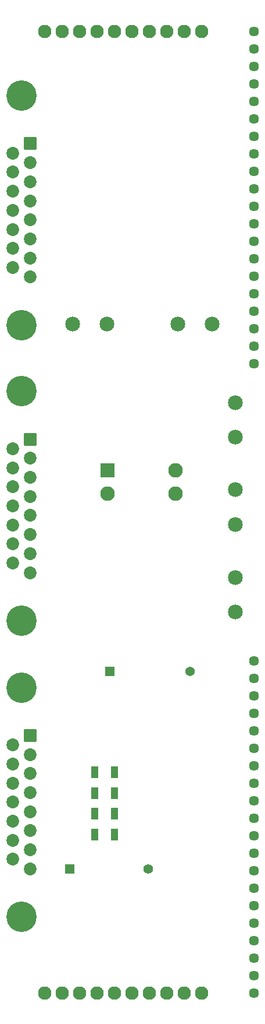
<source format=gbr>
%TF.GenerationSoftware,KiCad,Pcbnew,8.0.8*%
%TF.CreationDate,2025-02-03T20:53:05-05:00*%
%TF.ProjectId,IO Module V2.0,494f204d-6f64-4756-9c65-2056322e302e,rev?*%
%TF.SameCoordinates,Original*%
%TF.FileFunction,Soldermask,Top*%
%TF.FilePolarity,Negative*%
%FSLAX46Y46*%
G04 Gerber Fmt 4.6, Leading zero omitted, Abs format (unit mm)*
G04 Created by KiCad (PCBNEW 8.0.8) date 2025-02-03 20:53:05*
%MOMM*%
%LPD*%
G01*
G04 APERTURE LIST*
G04 Aperture macros list*
%AMRoundRect*
0 Rectangle with rounded corners*
0 $1 Rounding radius*
0 $2 $3 $4 $5 $6 $7 $8 $9 X,Y pos of 4 corners*
0 Add a 4 corners polygon primitive as box body*
4,1,4,$2,$3,$4,$5,$6,$7,$8,$9,$2,$3,0*
0 Add four circle primitives for the rounded corners*
1,1,$1+$1,$2,$3*
1,1,$1+$1,$4,$5*
1,1,$1+$1,$6,$7*
1,1,$1+$1,$8,$9*
0 Add four rect primitives between the rounded corners*
20,1,$1+$1,$2,$3,$4,$5,0*
20,1,$1+$1,$4,$5,$6,$7,0*
20,1,$1+$1,$6,$7,$8,$9,0*
20,1,$1+$1,$8,$9,$2,$3,0*%
G04 Aperture macros list end*
%ADD10R,2.108200X2.108200*%
%ADD11C,2.108200*%
%ADD12R,1.117600X1.752600*%
%ADD13C,2.154000*%
%ADD14RoundRect,0.102000X-0.825000X0.825000X-0.825000X-0.825000X0.825000X-0.825000X0.825000X0.825000X0*%
%ADD15C,1.854000*%
%ADD16C,4.420000*%
%ADD17R,1.397000X1.397000*%
%ADD18C,1.397000*%
%ADD19C,1.954000*%
%ADD20C,1.447800*%
%ADD21R,1.371600X1.371600*%
%ADD22C,1.371600*%
G04 APERTURE END LIST*
D10*
%TO.C,F1*%
X108200000Y-84100000D03*
D11*
X108200000Y-87503600D03*
X118106000Y-87503600D03*
X118106000Y-84100000D03*
%TD*%
D12*
%TO.C,R31*%
X106324400Y-137000000D03*
X109220000Y-137000000D03*
%TD*%
D13*
%TO.C,J8*%
X118400000Y-62850000D03*
X123400000Y-62850000D03*
%TD*%
%TO.C,J10*%
X126800000Y-86940000D03*
X126800000Y-91940000D03*
%TD*%
D14*
%TO.C,J4*%
X96930000Y-122615000D03*
D15*
X96930000Y-125385000D03*
X96930000Y-128155000D03*
X96930000Y-130925000D03*
X96930000Y-133695000D03*
X96930000Y-136465000D03*
X96930000Y-139235000D03*
X96930000Y-142005000D03*
X94390000Y-124000000D03*
X94390000Y-126770000D03*
X94390000Y-129540000D03*
X94390000Y-132310000D03*
X94390000Y-135080000D03*
X94390000Y-137850000D03*
X94390000Y-140620000D03*
D16*
X95660000Y-115650000D03*
X95660000Y-148970000D03*
%TD*%
D12*
%TO.C,R28*%
X106324400Y-131000000D03*
X109220000Y-131000000D03*
%TD*%
%TO.C,R30*%
X106324400Y-134000000D03*
X109220000Y-134000000D03*
%TD*%
D17*
%TO.C,R23*%
X102700000Y-142000000D03*
D18*
X114130000Y-142000000D03*
%TD*%
D19*
%TO.C,REF\u002A\u002A*%
X99060000Y-160020000D03*
X101600000Y-160020000D03*
X104140000Y-160020000D03*
X106680000Y-160020000D03*
X109220000Y-160020000D03*
X111760000Y-160020000D03*
X114300000Y-160020000D03*
X116840000Y-160020000D03*
X119380000Y-160020000D03*
X121920000Y-160020000D03*
%TD*%
D13*
%TO.C,J11*%
X126800000Y-99700000D03*
X126800000Y-104700000D03*
%TD*%
D20*
%TO.C,J5*%
X129540000Y-20340500D03*
X129540000Y-22880500D03*
X129540000Y-25420500D03*
X129540000Y-27960500D03*
X129540000Y-30500500D03*
X129540000Y-33040500D03*
X129540000Y-35580500D03*
X129540000Y-38120500D03*
X129540000Y-40660500D03*
X129540000Y-43200500D03*
X129540000Y-45740500D03*
X129540000Y-48280500D03*
X129540000Y-50820500D03*
X129540000Y-53360500D03*
X129540000Y-55900500D03*
X129540000Y-58440500D03*
X129540000Y-60980500D03*
X129540000Y-63520500D03*
X129540000Y-66060500D03*
X129540000Y-68600500D03*
%TD*%
%TO.C,J6*%
X129540000Y-111760000D03*
X129540000Y-114300000D03*
X129540000Y-116840000D03*
X129540000Y-119380000D03*
X129540000Y-121920000D03*
X129540000Y-124460000D03*
X129540000Y-127000000D03*
X129540000Y-129540000D03*
X129540000Y-132080000D03*
X129540000Y-134620000D03*
X129540000Y-137160000D03*
X129540000Y-139700000D03*
X129540000Y-142240000D03*
X129540000Y-144780000D03*
X129540000Y-147320000D03*
X129540000Y-149860000D03*
X129540000Y-152400000D03*
X129540000Y-154940000D03*
X129540000Y-157480000D03*
X129540000Y-160020000D03*
%TD*%
D14*
%TO.C,J2*%
X96930000Y-36640750D03*
D15*
X96930000Y-39410750D03*
X96930000Y-42180750D03*
X96930000Y-44950750D03*
X96930000Y-47720750D03*
X96930000Y-50490750D03*
X96930000Y-53260750D03*
X96930000Y-56030750D03*
X94390000Y-38025750D03*
X94390000Y-40795750D03*
X94390000Y-43565750D03*
X94390000Y-46335750D03*
X94390000Y-49105750D03*
X94390000Y-51875750D03*
X94390000Y-54645750D03*
D16*
X95660000Y-29675750D03*
X95660000Y-62995750D03*
%TD*%
D12*
%TO.C,R29*%
X109220000Y-128000000D03*
X106324400Y-128000000D03*
%TD*%
D14*
%TO.C,J3*%
X96930000Y-79580750D03*
D15*
X96930000Y-82350750D03*
X96930000Y-85120750D03*
X96930000Y-87890750D03*
X96930000Y-90660750D03*
X96930000Y-93430750D03*
X96930000Y-96200750D03*
X96930000Y-98970750D03*
X94390000Y-80965750D03*
X94390000Y-83735750D03*
X94390000Y-86505750D03*
X94390000Y-89275750D03*
X94390000Y-92045750D03*
X94390000Y-94815750D03*
X94390000Y-97585750D03*
D16*
X95660000Y-72615750D03*
X95660000Y-105935750D03*
%TD*%
D13*
%TO.C,J7*%
X103100000Y-62850000D03*
X108100000Y-62850000D03*
%TD*%
D21*
%TO.C,R26*%
X108500000Y-113300000D03*
D22*
X120184000Y-113300000D03*
%TD*%
D19*
%TO.C,J1*%
X99060000Y-20320000D03*
X101600000Y-20320000D03*
X104140000Y-20320000D03*
X106680000Y-20320000D03*
X109220000Y-20320000D03*
X111760000Y-20320000D03*
X114300000Y-20320000D03*
X116840000Y-20320000D03*
X119380000Y-20320000D03*
X121920000Y-20320000D03*
%TD*%
D13*
%TO.C,J9*%
X126800000Y-74280000D03*
X126800000Y-79280000D03*
%TD*%
M02*

</source>
